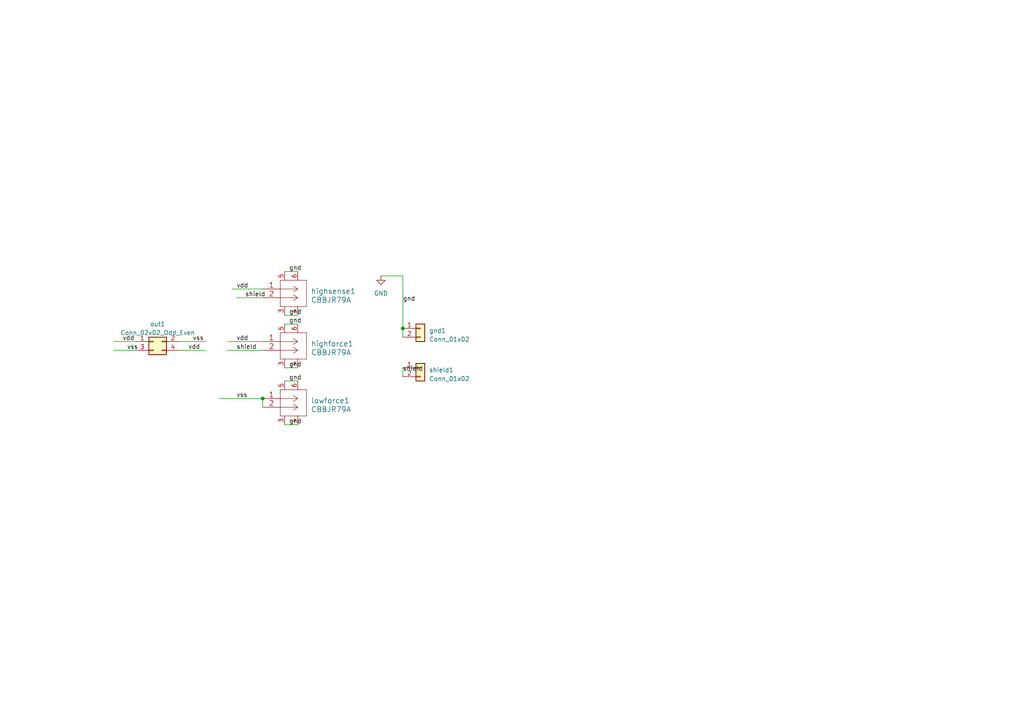
<source format=kicad_sch>
(kicad_sch (version 20230121) (generator eeschema)
  (paper "A4")
  (lib_symbols
    (symbol "CBBJR79A_1" (pin_names (offset 0.254) hide)
      (property "Reference" "highsense1" (at 13.97 -0.635 0))
      (property "Value" "CBBJR79A" (at 13.97 -3.175 0))
      (symbol "CBBJR79A_1_1_1"
        (polyline (pts (xy 5.08 -5.08) (xy 12.7 -5.08)) (stroke (width 0.127)))
        (polyline (pts (xy 5.08 2.54) (xy 5.08 -5.08)) (stroke (width 0.127)))
        (polyline (pts (xy 10.16 -2.54) (xy 5.08 -2.54)) (stroke (width 0.127)))
        (polyline (pts (xy 10.16 -2.54) (xy 8.89 -3.3782)) (stroke (width 0.127)))
        (polyline (pts (xy 10.16 -2.54) (xy 8.89 -1.7018)) (stroke (width 0.127)))
        (polyline (pts (xy 10.16 0) (xy 5.08 0)) (stroke (width 0.127)))
        (polyline (pts (xy 10.16 0) (xy 8.89 -0.8382)) (stroke (width 0.127)))
        (polyline (pts (xy 10.16 0) (xy 8.89 0.8382)) (stroke (width 0.127)))
        (polyline (pts (xy 12.7 -5.08) (xy 12.7 2.54)) (stroke (width 0.127)))
        (polyline (pts (xy 12.7 2.54) (xy 5.08 2.54)) (stroke (width 0.127)))
        (pin unspecified line (at 0 0 0) (length 5.08) (name "1") (number "1"))
        (pin unspecified line (at 0 -2.54 0) (length 5.08) (name "2") (number "2"))
        (pin unspecified line (at 6.35 -7.62 90) (length 2.54) (name "3") (number "3"))
        (pin unspecified line (at 10.16 -7.62 90) (length 2.54) (name "4") (number "4"))
        (pin unspecified line (at 6.35 5.08 270) (length 2.54) (name "5") (number "5"))
        (pin unspecified line (at 10.16 5.08 270) (length 2.54) (name "6") (number "6"))
      )
    )
    (symbol "Connector_Generic:Conn_01x02" (pin_names (offset 1.016) hide)
      (property "Reference" "J" (at 0 2.54 0))
      (property "Value" "Conn_01x02" (at 0 -5.08 0))
      (symbol "Conn_01x02_1_1"
        (rectangle (start -1.27 -2.413) (end 0 -2.667) (stroke (width 0.1524)))
        (rectangle (start -1.27 0.127) (end 0 -0.127) (stroke (width 0.1524)))
        (rectangle (start -1.27 1.27) (end 1.27 -3.81) (stroke (width 0.254)) (fill (type background)))
        (pin passive line (at -5.08 0 0) (length 3.81) (name "Pin_1") (number "1"))
        (pin passive line (at -5.08 -2.54 0) (length 3.81) (name "Pin_2") (number "2"))
      )
    )
    (symbol "Connector_Generic:Conn_02x02_Odd_Even" (pin_names (offset 1.016) hide)
      (property "Reference" "J" (at 1.27 2.54 0))
      (property "Value" "Conn_02x02_Odd_Even" (at 1.27 -5.08 0))
      (symbol "Conn_02x02_Odd_Even_1_1"
        (rectangle (start -1.27 -2.413) (end 0 -2.667) (stroke (width 0.1524)))
        (rectangle (start -1.27 0.127) (end 0 -0.127) (stroke (width 0.1524)))
        (rectangle (start -1.27 1.27) (end 3.81 -3.81) (stroke (width 0.254)) (fill (type background)))
        (rectangle (start 3.81 -2.413) (end 2.54 -2.667) (stroke (width 0.1524)))
        (rectangle (start 3.81 0.127) (end 2.54 -0.127) (stroke (width 0.1524)))
        (pin passive line (at -5.08 0 0) (length 3.81) (name "Pin_1") (number "1"))
        (pin passive line (at 7.62 0 180) (length 3.81) (name "Pin_2") (number "2"))
        (pin passive line (at -5.08 -2.54 0) (length 3.81) (name "Pin_3") (number "3"))
        (pin passive line (at 7.62 -2.54 180) (length 3.81) (name "Pin_4") (number "4"))
      )
    )
    (symbol "power:GND" (power) (pin_names (offset 0))
      (property "Value" "GND" (at 0 -3.81 0))
      (symbol "GND_0_1"
        (polyline (pts (xy 0 0) (xy 0 -1.27) (xy 1.27 -1.27) (xy 0 -2.54) (xy -1.27 -1.27) (xy 0 -1.27)))
      )
      (symbol "GND_1_1"
        (pin power_in line (at 0 0 270) (length 0) hide (name "GND") (number "1"))
      )
    )
  )
  (junction (at 116.84 95.25))
  (junction (at 76.2 115.57))
  (wire (pts (xy 33.02 99.06) (xy 39.37 99.06)))
  (wire (pts (xy 82.55 91.44) (xy 86.36 91.44)))
  (wire (pts (xy 66.04 101.6) (xy 76.2 101.6)))
  (wire (pts (xy 116.84 95.25) (xy 116.84 97.79)))
  (wire (pts (xy 116.84 106.68) (xy 116.84 109.22)))
  (wire (pts (xy 116.84 80.01) (xy 116.84 95.25)))
  (wire (pts (xy 110.49 80.01) (xy 116.84 80.01)))
  (wire (pts (xy 52.07 99.06) (xy 59.69 99.06)))
  (wire (pts (xy 82.55 110.49) (xy 86.36 110.49)))
  (wire (pts (xy 33.02 101.6) (xy 39.37 101.6)))
  (wire (pts (xy 82.55 123.19) (xy 86.36 123.19)))
  (wire (pts (xy 68.58 86.36) (xy 76.2 86.36)))
  (wire (pts (xy 82.55 106.68) (xy 86.36 106.68)))
  (wire (pts (xy 82.55 78.74) (xy 86.36 78.74)))
  (wire (pts (xy 52.07 101.6) (xy 59.69 101.6)))
  (wire (pts (xy 66.04 99.06) (xy 76.2 99.06)))
  (wire (pts (xy 63.5 115.57) (xy 76.2 115.57)))
  (wire (pts (xy 76.2 115.57) (xy 76.2 118.11)))
  (wire (pts (xy 82.55 93.98) (xy 86.36 93.98)))
  (wire (pts (xy 67.31 83.82) (xy 76.2 83.82)))
  (label "shield" (at 71.12 86.36 0))
  (label "gnd" (at 83.82 106.68 0))
  (label "vdd" (at 68.58 99.06 0))
  (label "vss" (at 68.58 115.57 0))
  (label "shield" (at 68.58 101.6 0))
  (label "gnd" (at 83.82 78.74 0))
  (label "gnd" (at 83.82 123.19 0))
  (label "vss" (at 36.83 101.6 0))
  (label "gnd" (at 116.84 87.63 0))
  (label "gnd" (at 83.82 91.44 0))
  (label "vdd" (at 54.61 101.6 0))
  (label "shield" (at 116.84 107.95 0))
  (label "vdd" (at 68.58 83.82 0))
  (label "vdd" (at 35.56 99.06 0))
  (label "gnd" (at 83.82 110.49 0))
  (label "vss" (at 55.88 99.06 0))
  (label "gnd" (at 83.82 93.98 0))
  (symbol (lib_id "Connector_Generic:Conn_01x02") (at 121.92 106.68 0) (unit 1)
    (property "Reference" "shield1" (at 124.46 107.315 0) (effects (justify left)))
    (property "Value" "Conn_01x02" (at 124.46 109.855 0) (effects (justify left)))
    (property "Footprint" "Connector_PinHeader_2.54mm:PinHeader_1x02_P2.54mm_Vertical" (effects hide))
  )
  (symbol (lib_name "CBBJR79A_1") (lib_id "TraixialComp:CBBJR79A") (at 76.2 83.82 0) (unit 1)
    (property "Reference" "highsense1" (at 90.17 84.455 0) (effects (font (size 1.524 1.524)) (justify left)))
    (property "Value" "CBBJR79A" (at 90.17 86.995 0) (effects (font (size 1.524 1.524)) (justify left)))
    (property "Footprint" "TriaxialConn:CBBJR79A" (effects hide))
  )
  (symbol (lib_id "Connector_Generic:Conn_01x02") (at 121.92 95.25 0) (unit 1)
    (property "Reference" "gnd1" (at 124.46 95.885 0) (effects (justify left)))
    (property "Value" "Conn_01x02" (at 124.46 98.425 0) (effects (justify left)))
    (property "Footprint" "Connector_PinHeader_2.54mm:PinHeader_1x02_P2.54mm_Vertical" (effects hide))
  )
  (symbol (lib_name "CBBJR79A_1") (lib_id "TraixialComp:CBBJR79A") (at 76.2 115.57 0) (unit 1)
    (property "Reference" "lowforce1" (at 90.17 116.205 0) (effects (font (size 1.524 1.524)) (justify left)))
    (property "Value" "CBBJR79A" (at 90.17 118.745 0) (effects (font (size 1.524 1.524)) (justify left)))
    (property "Footprint" "TriaxialConn:CBBJR79A" (effects hide))
  )
  (symbol (lib_id "Connector_Generic:Conn_02x02_Odd_Even") (at 44.45 99.06 0) (unit 1)
    (property "Reference" "out1" (at 45.72 93.98 0))
    (property "Value" "Conn_02x02_Odd_Even" (at 45.72 96.52 0))
    (property "Footprint" "Connector_PinHeader_2.54mm:PinHeader_2x02_P2.54mm_Vertical" (effects hide))
  )
  (symbol (lib_id "power:GND") (at 110.49 80.01 0) (unit 1)
    (property "Reference" "#PWR01" (effects hide))
    (property "Value" "GND" (at 110.49 85.09 0))
  )
  (symbol (lib_name "CBBJR79A_1") (lib_id "TraixialComp:CBBJR79A") (at 76.2 99.06 0) (unit 1)
    (property "Reference" "highforce1" (at 90.17 99.695 0) (effects (font (size 1.524 1.524)) (justify left)))
    (property "Value" "CBBJR79A" (at 90.17 102.235 0) (effects (font (size 1.524 1.524)) (justify left)))
    (property "Footprint" "TriaxialConn:CBBJR79A" (effects hide))
  )
)
</source>
